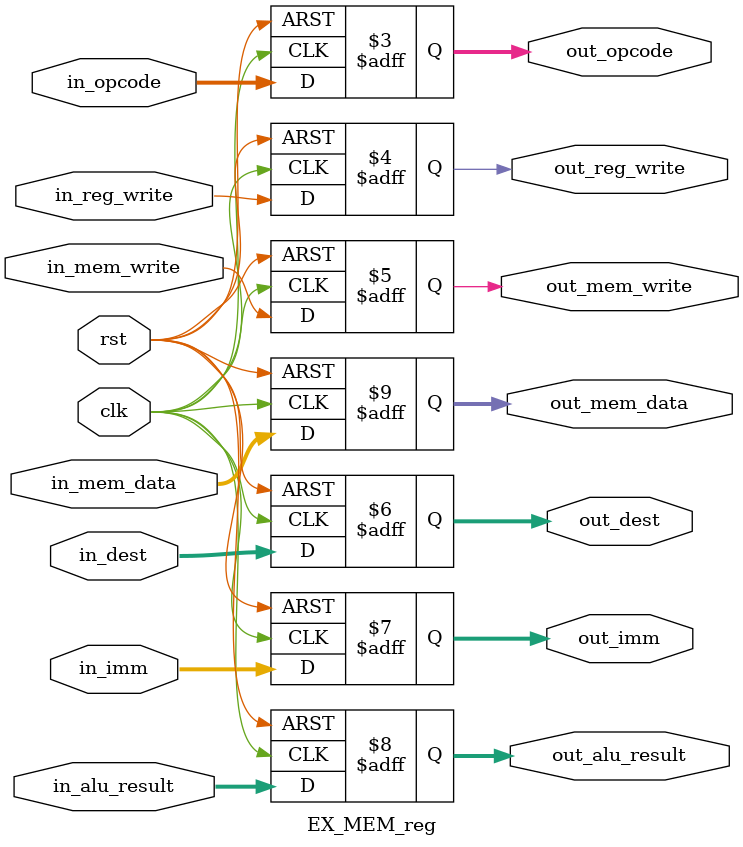
<source format=v>
`timescale 1ns / 1ps
module EX_MEM_reg(
    input  wire        clk,
    input  wire        rst,
    input  wire [2:0]  in_opcode,     // EX 단계 opcode (제어를 위해 전달)
    input  wire        in_reg_write,  // EX 단계에서 유효한 레지스터 쓰기 신호
    input  wire        in_mem_write,  // EX 단계에서 유효한 메모리 쓰기 신호
    input  wire [4:0]  in_dest,       // 목적 레지스터 주소
    input  wire [7:0]  in_imm,        // 즉치값 (메모리 주소 등으로 사용)
    input  wire [7:0]  in_alu_result, // ALU 연산 결과 값
    input  wire [7:0]  in_mem_data,   // 메모리 쓰기용 데이터 (STO인 경우)
    output reg  [2:0]  out_opcode,
    output reg         out_reg_write,
    output reg         out_mem_write,
    output reg  [4:0]  out_dest,
    output reg  [7:0]  out_imm,
    output reg  [7:0]  out_alu_result,
    output reg  [7:0]  out_mem_data
);
    // 매 사이클 클럭 상승 모서리에서 입력 값을 래치하여 출력으로 보냄
    always @(posedge clk or negedge rst) begin
        if (!rst) begin
            // 리셋 시 모든 출력 초기화
            out_opcode     <= 3'd0;
            out_reg_write  <= 1'b0;
            out_mem_write  <= 1'b0;
            out_dest       <= 5'd0;
            out_imm        <= 8'd0;
            out_alu_result <= 8'd0;
            out_mem_data   <= 8'd0;
        end else begin
            // 정상 동작: 입력 값을 그대로 다음 단계로 전달
            out_opcode     <= in_opcode;
            out_reg_write  <= in_reg_write;
            out_mem_write  <= in_mem_write;
            out_dest       <= in_dest;
            out_imm        <= in_imm;
            out_alu_result <= in_alu_result;
            out_mem_data   <= in_mem_data;
        end
    end
endmodule

</source>
